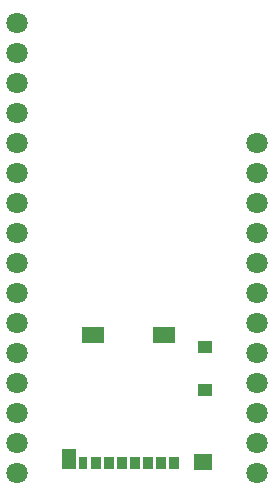
<source format=gbr>
%TF.GenerationSoftware,KiCad,Pcbnew,5.1.10-88a1d61d58~90~ubuntu20.04.1*%
%TF.CreationDate,2022-06-01T14:19:09-07:00*%
%TF.ProjectId,sd_bt_streamer,73645f62-745f-4737-9472-65616d65722e,rev?*%
%TF.SameCoordinates,Original*%
%TF.FileFunction,Soldermask,Top*%
%TF.FilePolarity,Negative*%
%FSLAX46Y46*%
G04 Gerber Fmt 4.6, Leading zero omitted, Abs format (unit mm)*
G04 Created by KiCad (PCBNEW 5.1.10-88a1d61d58~90~ubuntu20.04.1) date 2022-06-01 14:19:09*
%MOMM*%
%LPD*%
G01*
G04 APERTURE LIST*
%ADD10C,1.800000*%
%ADD11R,1.900000X1.350000*%
%ADD12R,1.200000X1.000000*%
%ADD13R,1.550000X1.350000*%
%ADD14R,1.170000X1.800000*%
%ADD15R,0.850000X1.100000*%
%ADD16R,0.750000X1.100000*%
G04 APERTURE END LIST*
D10*
%TO.C,U2*%
X174160000Y-77070000D03*
X174160000Y-79610000D03*
X174160000Y-82150000D03*
X174160000Y-84690000D03*
X174160000Y-87230000D03*
X174160000Y-89770000D03*
X174160000Y-92310000D03*
X174160000Y-94850000D03*
X174160000Y-97390000D03*
X174160000Y-99930000D03*
X174160000Y-102470000D03*
X174160000Y-105010000D03*
X153840000Y-105010000D03*
X153840000Y-102470000D03*
X153840000Y-99930000D03*
X153840000Y-97390000D03*
X153840000Y-94850000D03*
X153840000Y-92310000D03*
X153840000Y-89770000D03*
X153840000Y-87230000D03*
X153840000Y-84690000D03*
X153840000Y-82150000D03*
X153840000Y-79610000D03*
X153840000Y-77070000D03*
X153840000Y-74530000D03*
X153840000Y-71990000D03*
X153840000Y-69450000D03*
X153840000Y-66910000D03*
%TD*%
D11*
%TO.C,J1*%
X160270000Y-93375000D03*
X166240000Y-93375000D03*
D12*
X169740000Y-98050000D03*
X169740000Y-94350000D03*
D13*
X169565000Y-104075000D03*
D14*
X158245000Y-103850000D03*
D15*
X160505000Y-104200000D03*
X161605000Y-104200000D03*
X162705000Y-104200000D03*
X163805000Y-104200000D03*
X164905000Y-104200000D03*
X166005000Y-104200000D03*
D16*
X159455000Y-104200000D03*
D15*
X167105000Y-104200000D03*
%TD*%
M02*

</source>
